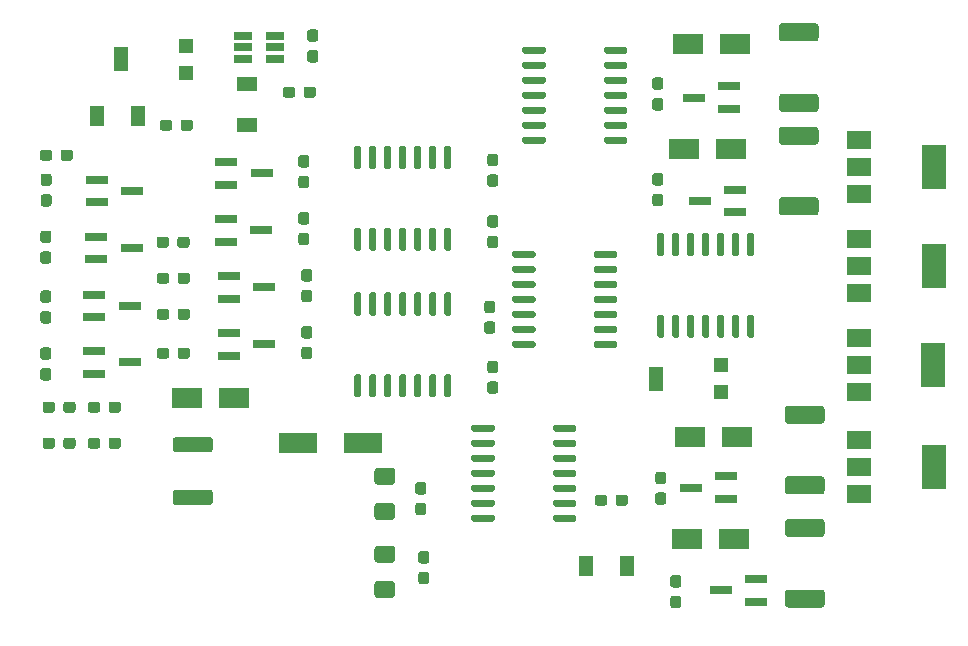
<source format=gbr>
G04 #@! TF.GenerationSoftware,KiCad,Pcbnew,5.1.6-c6e7f7d~86~ubuntu18.04.1*
G04 #@! TF.CreationDate,2020-07-04T00:52:20+02:00*
G04 #@! TF.ProjectId,PeakHoldPWMDriver,5065616b-486f-46c6-9450-574d44726976,rev?*
G04 #@! TF.SameCoordinates,Original*
G04 #@! TF.FileFunction,Paste,Top*
G04 #@! TF.FilePolarity,Positive*
%FSLAX46Y46*%
G04 Gerber Fmt 4.6, Leading zero omitted, Abs format (unit mm)*
G04 Created by KiCad (PCBNEW 5.1.6-c6e7f7d~86~ubuntu18.04.1) date 2020-07-04 00:52:20*
%MOMM*%
%LPD*%
G01*
G04 APERTURE LIST*
%ADD10R,1.300000X1.700000*%
%ADD11R,2.500000X1.800000*%
%ADD12R,3.300000X1.700000*%
%ADD13R,2.000000X1.500000*%
%ADD14R,2.000000X3.800000*%
%ADD15R,1.900000X0.800000*%
%ADD16R,1.700000X1.300000*%
%ADD17R,1.560000X0.650000*%
%ADD18R,1.300000X1.300000*%
%ADD19R,1.300000X2.000000*%
G04 APERTURE END LIST*
D10*
X174696000Y-112268000D03*
X171196000Y-112268000D03*
G36*
G01*
X152036000Y-91047000D02*
X151736000Y-91047000D01*
G75*
G02*
X151586000Y-90897000I0J150000D01*
G01*
X151586000Y-89222000D01*
G75*
G02*
X151736000Y-89072000I150000J0D01*
G01*
X152036000Y-89072000D01*
G75*
G02*
X152186000Y-89222000I0J-150000D01*
G01*
X152186000Y-90897000D01*
G75*
G02*
X152036000Y-91047000I-150000J0D01*
G01*
G37*
G36*
G01*
X153306000Y-91047000D02*
X153006000Y-91047000D01*
G75*
G02*
X152856000Y-90897000I0J150000D01*
G01*
X152856000Y-89222000D01*
G75*
G02*
X153006000Y-89072000I150000J0D01*
G01*
X153306000Y-89072000D01*
G75*
G02*
X153456000Y-89222000I0J-150000D01*
G01*
X153456000Y-90897000D01*
G75*
G02*
X153306000Y-91047000I-150000J0D01*
G01*
G37*
G36*
G01*
X154576000Y-91047000D02*
X154276000Y-91047000D01*
G75*
G02*
X154126000Y-90897000I0J150000D01*
G01*
X154126000Y-89222000D01*
G75*
G02*
X154276000Y-89072000I150000J0D01*
G01*
X154576000Y-89072000D01*
G75*
G02*
X154726000Y-89222000I0J-150000D01*
G01*
X154726000Y-90897000D01*
G75*
G02*
X154576000Y-91047000I-150000J0D01*
G01*
G37*
G36*
G01*
X155846000Y-91047000D02*
X155546000Y-91047000D01*
G75*
G02*
X155396000Y-90897000I0J150000D01*
G01*
X155396000Y-89222000D01*
G75*
G02*
X155546000Y-89072000I150000J0D01*
G01*
X155846000Y-89072000D01*
G75*
G02*
X155996000Y-89222000I0J-150000D01*
G01*
X155996000Y-90897000D01*
G75*
G02*
X155846000Y-91047000I-150000J0D01*
G01*
G37*
G36*
G01*
X157116000Y-91047000D02*
X156816000Y-91047000D01*
G75*
G02*
X156666000Y-90897000I0J150000D01*
G01*
X156666000Y-89222000D01*
G75*
G02*
X156816000Y-89072000I150000J0D01*
G01*
X157116000Y-89072000D01*
G75*
G02*
X157266000Y-89222000I0J-150000D01*
G01*
X157266000Y-90897000D01*
G75*
G02*
X157116000Y-91047000I-150000J0D01*
G01*
G37*
G36*
G01*
X158386000Y-91047000D02*
X158086000Y-91047000D01*
G75*
G02*
X157936000Y-90897000I0J150000D01*
G01*
X157936000Y-89222000D01*
G75*
G02*
X158086000Y-89072000I150000J0D01*
G01*
X158386000Y-89072000D01*
G75*
G02*
X158536000Y-89222000I0J-150000D01*
G01*
X158536000Y-90897000D01*
G75*
G02*
X158386000Y-91047000I-150000J0D01*
G01*
G37*
G36*
G01*
X159656000Y-91047000D02*
X159356000Y-91047000D01*
G75*
G02*
X159206000Y-90897000I0J150000D01*
G01*
X159206000Y-89222000D01*
G75*
G02*
X159356000Y-89072000I150000J0D01*
G01*
X159656000Y-89072000D01*
G75*
G02*
X159806000Y-89222000I0J-150000D01*
G01*
X159806000Y-90897000D01*
G75*
G02*
X159656000Y-91047000I-150000J0D01*
G01*
G37*
G36*
G01*
X159656000Y-97972000D02*
X159356000Y-97972000D01*
G75*
G02*
X159206000Y-97822000I0J150000D01*
G01*
X159206000Y-96147000D01*
G75*
G02*
X159356000Y-95997000I150000J0D01*
G01*
X159656000Y-95997000D01*
G75*
G02*
X159806000Y-96147000I0J-150000D01*
G01*
X159806000Y-97822000D01*
G75*
G02*
X159656000Y-97972000I-150000J0D01*
G01*
G37*
G36*
G01*
X158386000Y-97972000D02*
X158086000Y-97972000D01*
G75*
G02*
X157936000Y-97822000I0J150000D01*
G01*
X157936000Y-96147000D01*
G75*
G02*
X158086000Y-95997000I150000J0D01*
G01*
X158386000Y-95997000D01*
G75*
G02*
X158536000Y-96147000I0J-150000D01*
G01*
X158536000Y-97822000D01*
G75*
G02*
X158386000Y-97972000I-150000J0D01*
G01*
G37*
G36*
G01*
X157116000Y-97972000D02*
X156816000Y-97972000D01*
G75*
G02*
X156666000Y-97822000I0J150000D01*
G01*
X156666000Y-96147000D01*
G75*
G02*
X156816000Y-95997000I150000J0D01*
G01*
X157116000Y-95997000D01*
G75*
G02*
X157266000Y-96147000I0J-150000D01*
G01*
X157266000Y-97822000D01*
G75*
G02*
X157116000Y-97972000I-150000J0D01*
G01*
G37*
G36*
G01*
X155846000Y-97972000D02*
X155546000Y-97972000D01*
G75*
G02*
X155396000Y-97822000I0J150000D01*
G01*
X155396000Y-96147000D01*
G75*
G02*
X155546000Y-95997000I150000J0D01*
G01*
X155846000Y-95997000D01*
G75*
G02*
X155996000Y-96147000I0J-150000D01*
G01*
X155996000Y-97822000D01*
G75*
G02*
X155846000Y-97972000I-150000J0D01*
G01*
G37*
G36*
G01*
X154576000Y-97972000D02*
X154276000Y-97972000D01*
G75*
G02*
X154126000Y-97822000I0J150000D01*
G01*
X154126000Y-96147000D01*
G75*
G02*
X154276000Y-95997000I150000J0D01*
G01*
X154576000Y-95997000D01*
G75*
G02*
X154726000Y-96147000I0J-150000D01*
G01*
X154726000Y-97822000D01*
G75*
G02*
X154576000Y-97972000I-150000J0D01*
G01*
G37*
G36*
G01*
X153306000Y-97972000D02*
X153006000Y-97972000D01*
G75*
G02*
X152856000Y-97822000I0J150000D01*
G01*
X152856000Y-96147000D01*
G75*
G02*
X153006000Y-95997000I150000J0D01*
G01*
X153306000Y-95997000D01*
G75*
G02*
X153456000Y-96147000I0J-150000D01*
G01*
X153456000Y-97822000D01*
G75*
G02*
X153306000Y-97972000I-150000J0D01*
G01*
G37*
G36*
G01*
X152036000Y-97972000D02*
X151736000Y-97972000D01*
G75*
G02*
X151586000Y-97822000I0J150000D01*
G01*
X151586000Y-96147000D01*
G75*
G02*
X151736000Y-95997000I150000J0D01*
G01*
X152036000Y-95997000D01*
G75*
G02*
X152186000Y-96147000I0J-150000D01*
G01*
X152186000Y-97822000D01*
G75*
G02*
X152036000Y-97972000I-150000J0D01*
G01*
G37*
G36*
G01*
X172748500Y-68730000D02*
X172748500Y-68430000D01*
G75*
G02*
X172898500Y-68280000I150000J0D01*
G01*
X174573500Y-68280000D01*
G75*
G02*
X174723500Y-68430000I0J-150000D01*
G01*
X174723500Y-68730000D01*
G75*
G02*
X174573500Y-68880000I-150000J0D01*
G01*
X172898500Y-68880000D01*
G75*
G02*
X172748500Y-68730000I0J150000D01*
G01*
G37*
G36*
G01*
X172748500Y-70000000D02*
X172748500Y-69700000D01*
G75*
G02*
X172898500Y-69550000I150000J0D01*
G01*
X174573500Y-69550000D01*
G75*
G02*
X174723500Y-69700000I0J-150000D01*
G01*
X174723500Y-70000000D01*
G75*
G02*
X174573500Y-70150000I-150000J0D01*
G01*
X172898500Y-70150000D01*
G75*
G02*
X172748500Y-70000000I0J150000D01*
G01*
G37*
G36*
G01*
X172748500Y-71270000D02*
X172748500Y-70970000D01*
G75*
G02*
X172898500Y-70820000I150000J0D01*
G01*
X174573500Y-70820000D01*
G75*
G02*
X174723500Y-70970000I0J-150000D01*
G01*
X174723500Y-71270000D01*
G75*
G02*
X174573500Y-71420000I-150000J0D01*
G01*
X172898500Y-71420000D01*
G75*
G02*
X172748500Y-71270000I0J150000D01*
G01*
G37*
G36*
G01*
X172748500Y-72540000D02*
X172748500Y-72240000D01*
G75*
G02*
X172898500Y-72090000I150000J0D01*
G01*
X174573500Y-72090000D01*
G75*
G02*
X174723500Y-72240000I0J-150000D01*
G01*
X174723500Y-72540000D01*
G75*
G02*
X174573500Y-72690000I-150000J0D01*
G01*
X172898500Y-72690000D01*
G75*
G02*
X172748500Y-72540000I0J150000D01*
G01*
G37*
G36*
G01*
X172748500Y-73810000D02*
X172748500Y-73510000D01*
G75*
G02*
X172898500Y-73360000I150000J0D01*
G01*
X174573500Y-73360000D01*
G75*
G02*
X174723500Y-73510000I0J-150000D01*
G01*
X174723500Y-73810000D01*
G75*
G02*
X174573500Y-73960000I-150000J0D01*
G01*
X172898500Y-73960000D01*
G75*
G02*
X172748500Y-73810000I0J150000D01*
G01*
G37*
G36*
G01*
X172748500Y-75080000D02*
X172748500Y-74780000D01*
G75*
G02*
X172898500Y-74630000I150000J0D01*
G01*
X174573500Y-74630000D01*
G75*
G02*
X174723500Y-74780000I0J-150000D01*
G01*
X174723500Y-75080000D01*
G75*
G02*
X174573500Y-75230000I-150000J0D01*
G01*
X172898500Y-75230000D01*
G75*
G02*
X172748500Y-75080000I0J150000D01*
G01*
G37*
G36*
G01*
X172748500Y-76350000D02*
X172748500Y-76050000D01*
G75*
G02*
X172898500Y-75900000I150000J0D01*
G01*
X174573500Y-75900000D01*
G75*
G02*
X174723500Y-76050000I0J-150000D01*
G01*
X174723500Y-76350000D01*
G75*
G02*
X174573500Y-76500000I-150000J0D01*
G01*
X172898500Y-76500000D01*
G75*
G02*
X172748500Y-76350000I0J150000D01*
G01*
G37*
G36*
G01*
X165823500Y-76350000D02*
X165823500Y-76050000D01*
G75*
G02*
X165973500Y-75900000I150000J0D01*
G01*
X167648500Y-75900000D01*
G75*
G02*
X167798500Y-76050000I0J-150000D01*
G01*
X167798500Y-76350000D01*
G75*
G02*
X167648500Y-76500000I-150000J0D01*
G01*
X165973500Y-76500000D01*
G75*
G02*
X165823500Y-76350000I0J150000D01*
G01*
G37*
G36*
G01*
X165823500Y-75080000D02*
X165823500Y-74780000D01*
G75*
G02*
X165973500Y-74630000I150000J0D01*
G01*
X167648500Y-74630000D01*
G75*
G02*
X167798500Y-74780000I0J-150000D01*
G01*
X167798500Y-75080000D01*
G75*
G02*
X167648500Y-75230000I-150000J0D01*
G01*
X165973500Y-75230000D01*
G75*
G02*
X165823500Y-75080000I0J150000D01*
G01*
G37*
G36*
G01*
X165823500Y-73810000D02*
X165823500Y-73510000D01*
G75*
G02*
X165973500Y-73360000I150000J0D01*
G01*
X167648500Y-73360000D01*
G75*
G02*
X167798500Y-73510000I0J-150000D01*
G01*
X167798500Y-73810000D01*
G75*
G02*
X167648500Y-73960000I-150000J0D01*
G01*
X165973500Y-73960000D01*
G75*
G02*
X165823500Y-73810000I0J150000D01*
G01*
G37*
G36*
G01*
X165823500Y-72540000D02*
X165823500Y-72240000D01*
G75*
G02*
X165973500Y-72090000I150000J0D01*
G01*
X167648500Y-72090000D01*
G75*
G02*
X167798500Y-72240000I0J-150000D01*
G01*
X167798500Y-72540000D01*
G75*
G02*
X167648500Y-72690000I-150000J0D01*
G01*
X165973500Y-72690000D01*
G75*
G02*
X165823500Y-72540000I0J150000D01*
G01*
G37*
G36*
G01*
X165823500Y-71270000D02*
X165823500Y-70970000D01*
G75*
G02*
X165973500Y-70820000I150000J0D01*
G01*
X167648500Y-70820000D01*
G75*
G02*
X167798500Y-70970000I0J-150000D01*
G01*
X167798500Y-71270000D01*
G75*
G02*
X167648500Y-71420000I-150000J0D01*
G01*
X165973500Y-71420000D01*
G75*
G02*
X165823500Y-71270000I0J150000D01*
G01*
G37*
G36*
G01*
X165823500Y-70000000D02*
X165823500Y-69700000D01*
G75*
G02*
X165973500Y-69550000I150000J0D01*
G01*
X167648500Y-69550000D01*
G75*
G02*
X167798500Y-69700000I0J-150000D01*
G01*
X167798500Y-70000000D01*
G75*
G02*
X167648500Y-70150000I-150000J0D01*
G01*
X165973500Y-70150000D01*
G75*
G02*
X165823500Y-70000000I0J150000D01*
G01*
G37*
G36*
G01*
X165823500Y-68730000D02*
X165823500Y-68430000D01*
G75*
G02*
X165973500Y-68280000I150000J0D01*
G01*
X167648500Y-68280000D01*
G75*
G02*
X167798500Y-68430000I0J-150000D01*
G01*
X167798500Y-68730000D01*
G75*
G02*
X167648500Y-68880000I-150000J0D01*
G01*
X165973500Y-68880000D01*
G75*
G02*
X165823500Y-68730000I0J150000D01*
G01*
G37*
G36*
G01*
X168430500Y-100734000D02*
X168430500Y-100434000D01*
G75*
G02*
X168580500Y-100284000I150000J0D01*
G01*
X170255500Y-100284000D01*
G75*
G02*
X170405500Y-100434000I0J-150000D01*
G01*
X170405500Y-100734000D01*
G75*
G02*
X170255500Y-100884000I-150000J0D01*
G01*
X168580500Y-100884000D01*
G75*
G02*
X168430500Y-100734000I0J150000D01*
G01*
G37*
G36*
G01*
X168430500Y-102004000D02*
X168430500Y-101704000D01*
G75*
G02*
X168580500Y-101554000I150000J0D01*
G01*
X170255500Y-101554000D01*
G75*
G02*
X170405500Y-101704000I0J-150000D01*
G01*
X170405500Y-102004000D01*
G75*
G02*
X170255500Y-102154000I-150000J0D01*
G01*
X168580500Y-102154000D01*
G75*
G02*
X168430500Y-102004000I0J150000D01*
G01*
G37*
G36*
G01*
X168430500Y-103274000D02*
X168430500Y-102974000D01*
G75*
G02*
X168580500Y-102824000I150000J0D01*
G01*
X170255500Y-102824000D01*
G75*
G02*
X170405500Y-102974000I0J-150000D01*
G01*
X170405500Y-103274000D01*
G75*
G02*
X170255500Y-103424000I-150000J0D01*
G01*
X168580500Y-103424000D01*
G75*
G02*
X168430500Y-103274000I0J150000D01*
G01*
G37*
G36*
G01*
X168430500Y-104544000D02*
X168430500Y-104244000D01*
G75*
G02*
X168580500Y-104094000I150000J0D01*
G01*
X170255500Y-104094000D01*
G75*
G02*
X170405500Y-104244000I0J-150000D01*
G01*
X170405500Y-104544000D01*
G75*
G02*
X170255500Y-104694000I-150000J0D01*
G01*
X168580500Y-104694000D01*
G75*
G02*
X168430500Y-104544000I0J150000D01*
G01*
G37*
G36*
G01*
X168430500Y-105814000D02*
X168430500Y-105514000D01*
G75*
G02*
X168580500Y-105364000I150000J0D01*
G01*
X170255500Y-105364000D01*
G75*
G02*
X170405500Y-105514000I0J-150000D01*
G01*
X170405500Y-105814000D01*
G75*
G02*
X170255500Y-105964000I-150000J0D01*
G01*
X168580500Y-105964000D01*
G75*
G02*
X168430500Y-105814000I0J150000D01*
G01*
G37*
G36*
G01*
X168430500Y-107084000D02*
X168430500Y-106784000D01*
G75*
G02*
X168580500Y-106634000I150000J0D01*
G01*
X170255500Y-106634000D01*
G75*
G02*
X170405500Y-106784000I0J-150000D01*
G01*
X170405500Y-107084000D01*
G75*
G02*
X170255500Y-107234000I-150000J0D01*
G01*
X168580500Y-107234000D01*
G75*
G02*
X168430500Y-107084000I0J150000D01*
G01*
G37*
G36*
G01*
X168430500Y-108354000D02*
X168430500Y-108054000D01*
G75*
G02*
X168580500Y-107904000I150000J0D01*
G01*
X170255500Y-107904000D01*
G75*
G02*
X170405500Y-108054000I0J-150000D01*
G01*
X170405500Y-108354000D01*
G75*
G02*
X170255500Y-108504000I-150000J0D01*
G01*
X168580500Y-108504000D01*
G75*
G02*
X168430500Y-108354000I0J150000D01*
G01*
G37*
G36*
G01*
X161505500Y-108354000D02*
X161505500Y-108054000D01*
G75*
G02*
X161655500Y-107904000I150000J0D01*
G01*
X163330500Y-107904000D01*
G75*
G02*
X163480500Y-108054000I0J-150000D01*
G01*
X163480500Y-108354000D01*
G75*
G02*
X163330500Y-108504000I-150000J0D01*
G01*
X161655500Y-108504000D01*
G75*
G02*
X161505500Y-108354000I0J150000D01*
G01*
G37*
G36*
G01*
X161505500Y-107084000D02*
X161505500Y-106784000D01*
G75*
G02*
X161655500Y-106634000I150000J0D01*
G01*
X163330500Y-106634000D01*
G75*
G02*
X163480500Y-106784000I0J-150000D01*
G01*
X163480500Y-107084000D01*
G75*
G02*
X163330500Y-107234000I-150000J0D01*
G01*
X161655500Y-107234000D01*
G75*
G02*
X161505500Y-107084000I0J150000D01*
G01*
G37*
G36*
G01*
X161505500Y-105814000D02*
X161505500Y-105514000D01*
G75*
G02*
X161655500Y-105364000I150000J0D01*
G01*
X163330500Y-105364000D01*
G75*
G02*
X163480500Y-105514000I0J-150000D01*
G01*
X163480500Y-105814000D01*
G75*
G02*
X163330500Y-105964000I-150000J0D01*
G01*
X161655500Y-105964000D01*
G75*
G02*
X161505500Y-105814000I0J150000D01*
G01*
G37*
G36*
G01*
X161505500Y-104544000D02*
X161505500Y-104244000D01*
G75*
G02*
X161655500Y-104094000I150000J0D01*
G01*
X163330500Y-104094000D01*
G75*
G02*
X163480500Y-104244000I0J-150000D01*
G01*
X163480500Y-104544000D01*
G75*
G02*
X163330500Y-104694000I-150000J0D01*
G01*
X161655500Y-104694000D01*
G75*
G02*
X161505500Y-104544000I0J150000D01*
G01*
G37*
G36*
G01*
X161505500Y-103274000D02*
X161505500Y-102974000D01*
G75*
G02*
X161655500Y-102824000I150000J0D01*
G01*
X163330500Y-102824000D01*
G75*
G02*
X163480500Y-102974000I0J-150000D01*
G01*
X163480500Y-103274000D01*
G75*
G02*
X163330500Y-103424000I-150000J0D01*
G01*
X161655500Y-103424000D01*
G75*
G02*
X161505500Y-103274000I0J150000D01*
G01*
G37*
G36*
G01*
X161505500Y-102004000D02*
X161505500Y-101704000D01*
G75*
G02*
X161655500Y-101554000I150000J0D01*
G01*
X163330500Y-101554000D01*
G75*
G02*
X163480500Y-101704000I0J-150000D01*
G01*
X163480500Y-102004000D01*
G75*
G02*
X163330500Y-102154000I-150000J0D01*
G01*
X161655500Y-102154000D01*
G75*
G02*
X161505500Y-102004000I0J150000D01*
G01*
G37*
G36*
G01*
X161505500Y-100734000D02*
X161505500Y-100434000D01*
G75*
G02*
X161655500Y-100284000I150000J0D01*
G01*
X163330500Y-100284000D01*
G75*
G02*
X163480500Y-100434000I0J-150000D01*
G01*
X163480500Y-100734000D01*
G75*
G02*
X163330500Y-100884000I-150000J0D01*
G01*
X161655500Y-100884000D01*
G75*
G02*
X161505500Y-100734000I0J150000D01*
G01*
G37*
G36*
G01*
X171893000Y-86002000D02*
X171893000Y-85702000D01*
G75*
G02*
X172043000Y-85552000I150000J0D01*
G01*
X173718000Y-85552000D01*
G75*
G02*
X173868000Y-85702000I0J-150000D01*
G01*
X173868000Y-86002000D01*
G75*
G02*
X173718000Y-86152000I-150000J0D01*
G01*
X172043000Y-86152000D01*
G75*
G02*
X171893000Y-86002000I0J150000D01*
G01*
G37*
G36*
G01*
X171893000Y-87272000D02*
X171893000Y-86972000D01*
G75*
G02*
X172043000Y-86822000I150000J0D01*
G01*
X173718000Y-86822000D01*
G75*
G02*
X173868000Y-86972000I0J-150000D01*
G01*
X173868000Y-87272000D01*
G75*
G02*
X173718000Y-87422000I-150000J0D01*
G01*
X172043000Y-87422000D01*
G75*
G02*
X171893000Y-87272000I0J150000D01*
G01*
G37*
G36*
G01*
X171893000Y-88542000D02*
X171893000Y-88242000D01*
G75*
G02*
X172043000Y-88092000I150000J0D01*
G01*
X173718000Y-88092000D01*
G75*
G02*
X173868000Y-88242000I0J-150000D01*
G01*
X173868000Y-88542000D01*
G75*
G02*
X173718000Y-88692000I-150000J0D01*
G01*
X172043000Y-88692000D01*
G75*
G02*
X171893000Y-88542000I0J150000D01*
G01*
G37*
G36*
G01*
X171893000Y-89812000D02*
X171893000Y-89512000D01*
G75*
G02*
X172043000Y-89362000I150000J0D01*
G01*
X173718000Y-89362000D01*
G75*
G02*
X173868000Y-89512000I0J-150000D01*
G01*
X173868000Y-89812000D01*
G75*
G02*
X173718000Y-89962000I-150000J0D01*
G01*
X172043000Y-89962000D01*
G75*
G02*
X171893000Y-89812000I0J150000D01*
G01*
G37*
G36*
G01*
X171893000Y-91082000D02*
X171893000Y-90782000D01*
G75*
G02*
X172043000Y-90632000I150000J0D01*
G01*
X173718000Y-90632000D01*
G75*
G02*
X173868000Y-90782000I0J-150000D01*
G01*
X173868000Y-91082000D01*
G75*
G02*
X173718000Y-91232000I-150000J0D01*
G01*
X172043000Y-91232000D01*
G75*
G02*
X171893000Y-91082000I0J150000D01*
G01*
G37*
G36*
G01*
X171893000Y-92352000D02*
X171893000Y-92052000D01*
G75*
G02*
X172043000Y-91902000I150000J0D01*
G01*
X173718000Y-91902000D01*
G75*
G02*
X173868000Y-92052000I0J-150000D01*
G01*
X173868000Y-92352000D01*
G75*
G02*
X173718000Y-92502000I-150000J0D01*
G01*
X172043000Y-92502000D01*
G75*
G02*
X171893000Y-92352000I0J150000D01*
G01*
G37*
G36*
G01*
X171893000Y-93622000D02*
X171893000Y-93322000D01*
G75*
G02*
X172043000Y-93172000I150000J0D01*
G01*
X173718000Y-93172000D01*
G75*
G02*
X173868000Y-93322000I0J-150000D01*
G01*
X173868000Y-93622000D01*
G75*
G02*
X173718000Y-93772000I-150000J0D01*
G01*
X172043000Y-93772000D01*
G75*
G02*
X171893000Y-93622000I0J150000D01*
G01*
G37*
G36*
G01*
X164968000Y-93622000D02*
X164968000Y-93322000D01*
G75*
G02*
X165118000Y-93172000I150000J0D01*
G01*
X166793000Y-93172000D01*
G75*
G02*
X166943000Y-93322000I0J-150000D01*
G01*
X166943000Y-93622000D01*
G75*
G02*
X166793000Y-93772000I-150000J0D01*
G01*
X165118000Y-93772000D01*
G75*
G02*
X164968000Y-93622000I0J150000D01*
G01*
G37*
G36*
G01*
X164968000Y-92352000D02*
X164968000Y-92052000D01*
G75*
G02*
X165118000Y-91902000I150000J0D01*
G01*
X166793000Y-91902000D01*
G75*
G02*
X166943000Y-92052000I0J-150000D01*
G01*
X166943000Y-92352000D01*
G75*
G02*
X166793000Y-92502000I-150000J0D01*
G01*
X165118000Y-92502000D01*
G75*
G02*
X164968000Y-92352000I0J150000D01*
G01*
G37*
G36*
G01*
X164968000Y-91082000D02*
X164968000Y-90782000D01*
G75*
G02*
X165118000Y-90632000I150000J0D01*
G01*
X166793000Y-90632000D01*
G75*
G02*
X166943000Y-90782000I0J-150000D01*
G01*
X166943000Y-91082000D01*
G75*
G02*
X166793000Y-91232000I-150000J0D01*
G01*
X165118000Y-91232000D01*
G75*
G02*
X164968000Y-91082000I0J150000D01*
G01*
G37*
G36*
G01*
X164968000Y-89812000D02*
X164968000Y-89512000D01*
G75*
G02*
X165118000Y-89362000I150000J0D01*
G01*
X166793000Y-89362000D01*
G75*
G02*
X166943000Y-89512000I0J-150000D01*
G01*
X166943000Y-89812000D01*
G75*
G02*
X166793000Y-89962000I-150000J0D01*
G01*
X165118000Y-89962000D01*
G75*
G02*
X164968000Y-89812000I0J150000D01*
G01*
G37*
G36*
G01*
X164968000Y-88542000D02*
X164968000Y-88242000D01*
G75*
G02*
X165118000Y-88092000I150000J0D01*
G01*
X166793000Y-88092000D01*
G75*
G02*
X166943000Y-88242000I0J-150000D01*
G01*
X166943000Y-88542000D01*
G75*
G02*
X166793000Y-88692000I-150000J0D01*
G01*
X165118000Y-88692000D01*
G75*
G02*
X164968000Y-88542000I0J150000D01*
G01*
G37*
G36*
G01*
X164968000Y-87272000D02*
X164968000Y-86972000D01*
G75*
G02*
X165118000Y-86822000I150000J0D01*
G01*
X166793000Y-86822000D01*
G75*
G02*
X166943000Y-86972000I0J-150000D01*
G01*
X166943000Y-87272000D01*
G75*
G02*
X166793000Y-87422000I-150000J0D01*
G01*
X165118000Y-87422000D01*
G75*
G02*
X164968000Y-87272000I0J150000D01*
G01*
G37*
G36*
G01*
X164968000Y-86002000D02*
X164968000Y-85702000D01*
G75*
G02*
X165118000Y-85552000I150000J0D01*
G01*
X166793000Y-85552000D01*
G75*
G02*
X166943000Y-85702000I0J-150000D01*
G01*
X166943000Y-86002000D01*
G75*
G02*
X166793000Y-86152000I-150000J0D01*
G01*
X165118000Y-86152000D01*
G75*
G02*
X164968000Y-86002000I0J150000D01*
G01*
G37*
D11*
X179864000Y-68072000D03*
X183864000Y-68072000D03*
X180012000Y-101346000D03*
X184012000Y-101346000D03*
X179504000Y-76962000D03*
X183504000Y-76962000D03*
X179758000Y-109982000D03*
X183758000Y-109982000D03*
X141446000Y-98044000D03*
X137446000Y-98044000D03*
G36*
G01*
X190655001Y-76575500D02*
X187804999Y-76575500D01*
G75*
G02*
X187555000Y-76325501I0J249999D01*
G01*
X187555000Y-75300499D01*
G75*
G02*
X187804999Y-75050500I249999J0D01*
G01*
X190655001Y-75050500D01*
G75*
G02*
X190905000Y-75300499I0J-249999D01*
G01*
X190905000Y-76325501D01*
G75*
G02*
X190655001Y-76575500I-249999J0D01*
G01*
G37*
G36*
G01*
X190655001Y-82550500D02*
X187804999Y-82550500D01*
G75*
G02*
X187555000Y-82300501I0J249999D01*
G01*
X187555000Y-81275499D01*
G75*
G02*
X187804999Y-81025500I249999J0D01*
G01*
X190655001Y-81025500D01*
G75*
G02*
X190905000Y-81275499I0J-249999D01*
G01*
X190905000Y-82300501D01*
G75*
G02*
X190655001Y-82550500I-249999J0D01*
G01*
G37*
G36*
G01*
X188312999Y-114239000D02*
X191163001Y-114239000D01*
G75*
G02*
X191413000Y-114488999I0J-249999D01*
G01*
X191413000Y-115514001D01*
G75*
G02*
X191163001Y-115764000I-249999J0D01*
G01*
X188312999Y-115764000D01*
G75*
G02*
X188063000Y-115514001I0J249999D01*
G01*
X188063000Y-114488999D01*
G75*
G02*
X188312999Y-114239000I249999J0D01*
G01*
G37*
G36*
G01*
X188312999Y-108264000D02*
X191163001Y-108264000D01*
G75*
G02*
X191413000Y-108513999I0J-249999D01*
G01*
X191413000Y-109539001D01*
G75*
G02*
X191163001Y-109789000I-249999J0D01*
G01*
X188312999Y-109789000D01*
G75*
G02*
X188063000Y-109539001I0J249999D01*
G01*
X188063000Y-108513999D01*
G75*
G02*
X188312999Y-108264000I249999J0D01*
G01*
G37*
D12*
X152312000Y-101854000D03*
X146812000Y-101854000D03*
G36*
G01*
X126955000Y-102091500D02*
X126955000Y-101616500D01*
G75*
G02*
X127192500Y-101379000I237500J0D01*
G01*
X127767500Y-101379000D01*
G75*
G02*
X128005000Y-101616500I0J-237500D01*
G01*
X128005000Y-102091500D01*
G75*
G02*
X127767500Y-102329000I-237500J0D01*
G01*
X127192500Y-102329000D01*
G75*
G02*
X126955000Y-102091500I0J237500D01*
G01*
G37*
G36*
G01*
X125205000Y-102091500D02*
X125205000Y-101616500D01*
G75*
G02*
X125442500Y-101379000I237500J0D01*
G01*
X126017500Y-101379000D01*
G75*
G02*
X126255000Y-101616500I0J-237500D01*
G01*
X126255000Y-102091500D01*
G75*
G02*
X126017500Y-102329000I-237500J0D01*
G01*
X125442500Y-102329000D01*
G75*
G02*
X125205000Y-102091500I0J237500D01*
G01*
G37*
G36*
G01*
X126955000Y-99043500D02*
X126955000Y-98568500D01*
G75*
G02*
X127192500Y-98331000I237500J0D01*
G01*
X127767500Y-98331000D01*
G75*
G02*
X128005000Y-98568500I0J-237500D01*
G01*
X128005000Y-99043500D01*
G75*
G02*
X127767500Y-99281000I-237500J0D01*
G01*
X127192500Y-99281000D01*
G75*
G02*
X126955000Y-99043500I0J237500D01*
G01*
G37*
G36*
G01*
X125205000Y-99043500D02*
X125205000Y-98568500D01*
G75*
G02*
X125442500Y-98331000I237500J0D01*
G01*
X126017500Y-98331000D01*
G75*
G02*
X126255000Y-98568500I0J-237500D01*
G01*
X126255000Y-99043500D01*
G75*
G02*
X126017500Y-99281000I-237500J0D01*
G01*
X125442500Y-99281000D01*
G75*
G02*
X125205000Y-99043500I0J237500D01*
G01*
G37*
D13*
X194360000Y-76186000D03*
X194360000Y-80786000D03*
X194360000Y-78486000D03*
D14*
X200660000Y-78486000D03*
D13*
X194310000Y-92950000D03*
X194310000Y-97550000D03*
X194310000Y-95250000D03*
D14*
X200610000Y-95250000D03*
D13*
X194360000Y-84568000D03*
X194360000Y-89168000D03*
X194360000Y-86868000D03*
D14*
X200660000Y-86868000D03*
D13*
X194360000Y-101572000D03*
X194360000Y-106172000D03*
X194360000Y-103872000D03*
D14*
X200660000Y-103872000D03*
G36*
G01*
X152042000Y-78644500D02*
X151742000Y-78644500D01*
G75*
G02*
X151592000Y-78494500I0J150000D01*
G01*
X151592000Y-76819500D01*
G75*
G02*
X151742000Y-76669500I150000J0D01*
G01*
X152042000Y-76669500D01*
G75*
G02*
X152192000Y-76819500I0J-150000D01*
G01*
X152192000Y-78494500D01*
G75*
G02*
X152042000Y-78644500I-150000J0D01*
G01*
G37*
G36*
G01*
X153312000Y-78644500D02*
X153012000Y-78644500D01*
G75*
G02*
X152862000Y-78494500I0J150000D01*
G01*
X152862000Y-76819500D01*
G75*
G02*
X153012000Y-76669500I150000J0D01*
G01*
X153312000Y-76669500D01*
G75*
G02*
X153462000Y-76819500I0J-150000D01*
G01*
X153462000Y-78494500D01*
G75*
G02*
X153312000Y-78644500I-150000J0D01*
G01*
G37*
G36*
G01*
X154582000Y-78644500D02*
X154282000Y-78644500D01*
G75*
G02*
X154132000Y-78494500I0J150000D01*
G01*
X154132000Y-76819500D01*
G75*
G02*
X154282000Y-76669500I150000J0D01*
G01*
X154582000Y-76669500D01*
G75*
G02*
X154732000Y-76819500I0J-150000D01*
G01*
X154732000Y-78494500D01*
G75*
G02*
X154582000Y-78644500I-150000J0D01*
G01*
G37*
G36*
G01*
X155852000Y-78644500D02*
X155552000Y-78644500D01*
G75*
G02*
X155402000Y-78494500I0J150000D01*
G01*
X155402000Y-76819500D01*
G75*
G02*
X155552000Y-76669500I150000J0D01*
G01*
X155852000Y-76669500D01*
G75*
G02*
X156002000Y-76819500I0J-150000D01*
G01*
X156002000Y-78494500D01*
G75*
G02*
X155852000Y-78644500I-150000J0D01*
G01*
G37*
G36*
G01*
X157122000Y-78644500D02*
X156822000Y-78644500D01*
G75*
G02*
X156672000Y-78494500I0J150000D01*
G01*
X156672000Y-76819500D01*
G75*
G02*
X156822000Y-76669500I150000J0D01*
G01*
X157122000Y-76669500D01*
G75*
G02*
X157272000Y-76819500I0J-150000D01*
G01*
X157272000Y-78494500D01*
G75*
G02*
X157122000Y-78644500I-150000J0D01*
G01*
G37*
G36*
G01*
X158392000Y-78644500D02*
X158092000Y-78644500D01*
G75*
G02*
X157942000Y-78494500I0J150000D01*
G01*
X157942000Y-76819500D01*
G75*
G02*
X158092000Y-76669500I150000J0D01*
G01*
X158392000Y-76669500D01*
G75*
G02*
X158542000Y-76819500I0J-150000D01*
G01*
X158542000Y-78494500D01*
G75*
G02*
X158392000Y-78644500I-150000J0D01*
G01*
G37*
G36*
G01*
X159662000Y-78644500D02*
X159362000Y-78644500D01*
G75*
G02*
X159212000Y-78494500I0J150000D01*
G01*
X159212000Y-76819500D01*
G75*
G02*
X159362000Y-76669500I150000J0D01*
G01*
X159662000Y-76669500D01*
G75*
G02*
X159812000Y-76819500I0J-150000D01*
G01*
X159812000Y-78494500D01*
G75*
G02*
X159662000Y-78644500I-150000J0D01*
G01*
G37*
G36*
G01*
X159662000Y-85569500D02*
X159362000Y-85569500D01*
G75*
G02*
X159212000Y-85419500I0J150000D01*
G01*
X159212000Y-83744500D01*
G75*
G02*
X159362000Y-83594500I150000J0D01*
G01*
X159662000Y-83594500D01*
G75*
G02*
X159812000Y-83744500I0J-150000D01*
G01*
X159812000Y-85419500D01*
G75*
G02*
X159662000Y-85569500I-150000J0D01*
G01*
G37*
G36*
G01*
X158392000Y-85569500D02*
X158092000Y-85569500D01*
G75*
G02*
X157942000Y-85419500I0J150000D01*
G01*
X157942000Y-83744500D01*
G75*
G02*
X158092000Y-83594500I150000J0D01*
G01*
X158392000Y-83594500D01*
G75*
G02*
X158542000Y-83744500I0J-150000D01*
G01*
X158542000Y-85419500D01*
G75*
G02*
X158392000Y-85569500I-150000J0D01*
G01*
G37*
G36*
G01*
X157122000Y-85569500D02*
X156822000Y-85569500D01*
G75*
G02*
X156672000Y-85419500I0J150000D01*
G01*
X156672000Y-83744500D01*
G75*
G02*
X156822000Y-83594500I150000J0D01*
G01*
X157122000Y-83594500D01*
G75*
G02*
X157272000Y-83744500I0J-150000D01*
G01*
X157272000Y-85419500D01*
G75*
G02*
X157122000Y-85569500I-150000J0D01*
G01*
G37*
G36*
G01*
X155852000Y-85569500D02*
X155552000Y-85569500D01*
G75*
G02*
X155402000Y-85419500I0J150000D01*
G01*
X155402000Y-83744500D01*
G75*
G02*
X155552000Y-83594500I150000J0D01*
G01*
X155852000Y-83594500D01*
G75*
G02*
X156002000Y-83744500I0J-150000D01*
G01*
X156002000Y-85419500D01*
G75*
G02*
X155852000Y-85569500I-150000J0D01*
G01*
G37*
G36*
G01*
X154582000Y-85569500D02*
X154282000Y-85569500D01*
G75*
G02*
X154132000Y-85419500I0J150000D01*
G01*
X154132000Y-83744500D01*
G75*
G02*
X154282000Y-83594500I150000J0D01*
G01*
X154582000Y-83594500D01*
G75*
G02*
X154732000Y-83744500I0J-150000D01*
G01*
X154732000Y-85419500D01*
G75*
G02*
X154582000Y-85569500I-150000J0D01*
G01*
G37*
G36*
G01*
X153312000Y-85569500D02*
X153012000Y-85569500D01*
G75*
G02*
X152862000Y-85419500I0J150000D01*
G01*
X152862000Y-83744500D01*
G75*
G02*
X153012000Y-83594500I150000J0D01*
G01*
X153312000Y-83594500D01*
G75*
G02*
X153462000Y-83744500I0J-150000D01*
G01*
X153462000Y-85419500D01*
G75*
G02*
X153312000Y-85569500I-150000J0D01*
G01*
G37*
G36*
G01*
X152042000Y-85569500D02*
X151742000Y-85569500D01*
G75*
G02*
X151592000Y-85419500I0J150000D01*
G01*
X151592000Y-83744500D01*
G75*
G02*
X151742000Y-83594500I150000J0D01*
G01*
X152042000Y-83594500D01*
G75*
G02*
X152192000Y-83744500I0J-150000D01*
G01*
X152192000Y-85419500D01*
G75*
G02*
X152042000Y-85569500I-150000J0D01*
G01*
G37*
G36*
G01*
X136607000Y-85073500D02*
X136607000Y-84598500D01*
G75*
G02*
X136844500Y-84361000I237500J0D01*
G01*
X137419500Y-84361000D01*
G75*
G02*
X137657000Y-84598500I0J-237500D01*
G01*
X137657000Y-85073500D01*
G75*
G02*
X137419500Y-85311000I-237500J0D01*
G01*
X136844500Y-85311000D01*
G75*
G02*
X136607000Y-85073500I0J237500D01*
G01*
G37*
G36*
G01*
X134857000Y-85073500D02*
X134857000Y-84598500D01*
G75*
G02*
X135094500Y-84361000I237500J0D01*
G01*
X135669500Y-84361000D01*
G75*
G02*
X135907000Y-84598500I0J-237500D01*
G01*
X135907000Y-85073500D01*
G75*
G02*
X135669500Y-85311000I-237500J0D01*
G01*
X135094500Y-85311000D01*
G75*
G02*
X134857000Y-85073500I0J237500D01*
G01*
G37*
G36*
G01*
X136635000Y-91169500D02*
X136635000Y-90694500D01*
G75*
G02*
X136872500Y-90457000I237500J0D01*
G01*
X137447500Y-90457000D01*
G75*
G02*
X137685000Y-90694500I0J-237500D01*
G01*
X137685000Y-91169500D01*
G75*
G02*
X137447500Y-91407000I-237500J0D01*
G01*
X136872500Y-91407000D01*
G75*
G02*
X136635000Y-91169500I0J237500D01*
G01*
G37*
G36*
G01*
X134885000Y-91169500D02*
X134885000Y-90694500D01*
G75*
G02*
X135122500Y-90457000I237500J0D01*
G01*
X135697500Y-90457000D01*
G75*
G02*
X135935000Y-90694500I0J-237500D01*
G01*
X135935000Y-91169500D01*
G75*
G02*
X135697500Y-91407000I-237500J0D01*
G01*
X135122500Y-91407000D01*
G75*
G02*
X134885000Y-91169500I0J237500D01*
G01*
G37*
G36*
G01*
X177529500Y-80027000D02*
X177054500Y-80027000D01*
G75*
G02*
X176817000Y-79789500I0J237500D01*
G01*
X176817000Y-79214500D01*
G75*
G02*
X177054500Y-78977000I237500J0D01*
G01*
X177529500Y-78977000D01*
G75*
G02*
X177767000Y-79214500I0J-237500D01*
G01*
X177767000Y-79789500D01*
G75*
G02*
X177529500Y-80027000I-237500J0D01*
G01*
G37*
G36*
G01*
X177529500Y-81777000D02*
X177054500Y-81777000D01*
G75*
G02*
X176817000Y-81539500I0J237500D01*
G01*
X176817000Y-80964500D01*
G75*
G02*
X177054500Y-80727000I237500J0D01*
G01*
X177529500Y-80727000D01*
G75*
G02*
X177767000Y-80964500I0J-237500D01*
G01*
X177767000Y-81539500D01*
G75*
G02*
X177529500Y-81777000I-237500J0D01*
G01*
G37*
G36*
G01*
X179053500Y-114063000D02*
X178578500Y-114063000D01*
G75*
G02*
X178341000Y-113825500I0J237500D01*
G01*
X178341000Y-113250500D01*
G75*
G02*
X178578500Y-113013000I237500J0D01*
G01*
X179053500Y-113013000D01*
G75*
G02*
X179291000Y-113250500I0J-237500D01*
G01*
X179291000Y-113825500D01*
G75*
G02*
X179053500Y-114063000I-237500J0D01*
G01*
G37*
G36*
G01*
X179053500Y-115813000D02*
X178578500Y-115813000D01*
G75*
G02*
X178341000Y-115575500I0J237500D01*
G01*
X178341000Y-115000500D01*
G75*
G02*
X178578500Y-114763000I237500J0D01*
G01*
X179053500Y-114763000D01*
G75*
G02*
X179291000Y-115000500I0J-237500D01*
G01*
X179291000Y-115575500D01*
G75*
G02*
X179053500Y-115813000I-237500J0D01*
G01*
G37*
G36*
G01*
X147557500Y-83329000D02*
X147082500Y-83329000D01*
G75*
G02*
X146845000Y-83091500I0J237500D01*
G01*
X146845000Y-82516500D01*
G75*
G02*
X147082500Y-82279000I237500J0D01*
G01*
X147557500Y-82279000D01*
G75*
G02*
X147795000Y-82516500I0J-237500D01*
G01*
X147795000Y-83091500D01*
G75*
G02*
X147557500Y-83329000I-237500J0D01*
G01*
G37*
G36*
G01*
X147557500Y-85079000D02*
X147082500Y-85079000D01*
G75*
G02*
X146845000Y-84841500I0J237500D01*
G01*
X146845000Y-84266500D01*
G75*
G02*
X147082500Y-84029000I237500J0D01*
G01*
X147557500Y-84029000D01*
G75*
G02*
X147795000Y-84266500I0J-237500D01*
G01*
X147795000Y-84841500D01*
G75*
G02*
X147557500Y-85079000I-237500J0D01*
G01*
G37*
G36*
G01*
X147811500Y-92981000D02*
X147336500Y-92981000D01*
G75*
G02*
X147099000Y-92743500I0J237500D01*
G01*
X147099000Y-92168500D01*
G75*
G02*
X147336500Y-91931000I237500J0D01*
G01*
X147811500Y-91931000D01*
G75*
G02*
X148049000Y-92168500I0J-237500D01*
G01*
X148049000Y-92743500D01*
G75*
G02*
X147811500Y-92981000I-237500J0D01*
G01*
G37*
G36*
G01*
X147811500Y-94731000D02*
X147336500Y-94731000D01*
G75*
G02*
X147099000Y-94493500I0J237500D01*
G01*
X147099000Y-93918500D01*
G75*
G02*
X147336500Y-93681000I237500J0D01*
G01*
X147811500Y-93681000D01*
G75*
G02*
X148049000Y-93918500I0J-237500D01*
G01*
X148049000Y-94493500D01*
G75*
G02*
X147811500Y-94731000I-237500J0D01*
G01*
G37*
G36*
G01*
X136635000Y-88121500D02*
X136635000Y-87646500D01*
G75*
G02*
X136872500Y-87409000I237500J0D01*
G01*
X137447500Y-87409000D01*
G75*
G02*
X137685000Y-87646500I0J-237500D01*
G01*
X137685000Y-88121500D01*
G75*
G02*
X137447500Y-88359000I-237500J0D01*
G01*
X136872500Y-88359000D01*
G75*
G02*
X136635000Y-88121500I0J237500D01*
G01*
G37*
G36*
G01*
X134885000Y-88121500D02*
X134885000Y-87646500D01*
G75*
G02*
X135122500Y-87409000I237500J0D01*
G01*
X135697500Y-87409000D01*
G75*
G02*
X135935000Y-87646500I0J-237500D01*
G01*
X135935000Y-88121500D01*
G75*
G02*
X135697500Y-88359000I-237500J0D01*
G01*
X135122500Y-88359000D01*
G75*
G02*
X134885000Y-88121500I0J237500D01*
G01*
G37*
G36*
G01*
X136635000Y-94471500D02*
X136635000Y-93996500D01*
G75*
G02*
X136872500Y-93759000I237500J0D01*
G01*
X137447500Y-93759000D01*
G75*
G02*
X137685000Y-93996500I0J-237500D01*
G01*
X137685000Y-94471500D01*
G75*
G02*
X137447500Y-94709000I-237500J0D01*
G01*
X136872500Y-94709000D01*
G75*
G02*
X136635000Y-94471500I0J237500D01*
G01*
G37*
G36*
G01*
X134885000Y-94471500D02*
X134885000Y-93996500D01*
G75*
G02*
X135122500Y-93759000I237500J0D01*
G01*
X135697500Y-93759000D01*
G75*
G02*
X135935000Y-93996500I0J-237500D01*
G01*
X135935000Y-94471500D01*
G75*
G02*
X135697500Y-94709000I-237500J0D01*
G01*
X135122500Y-94709000D01*
G75*
G02*
X134885000Y-94471500I0J237500D01*
G01*
G37*
G36*
G01*
X125747500Y-80067000D02*
X125272500Y-80067000D01*
G75*
G02*
X125035000Y-79829500I0J237500D01*
G01*
X125035000Y-79254500D01*
G75*
G02*
X125272500Y-79017000I237500J0D01*
G01*
X125747500Y-79017000D01*
G75*
G02*
X125985000Y-79254500I0J-237500D01*
G01*
X125985000Y-79829500D01*
G75*
G02*
X125747500Y-80067000I-237500J0D01*
G01*
G37*
G36*
G01*
X125747500Y-81817000D02*
X125272500Y-81817000D01*
G75*
G02*
X125035000Y-81579500I0J237500D01*
G01*
X125035000Y-81004500D01*
G75*
G02*
X125272500Y-80767000I237500J0D01*
G01*
X125747500Y-80767000D01*
G75*
G02*
X125985000Y-81004500I0J-237500D01*
G01*
X125985000Y-81579500D01*
G75*
G02*
X125747500Y-81817000I-237500J0D01*
G01*
G37*
G36*
G01*
X125717500Y-89963000D02*
X125242500Y-89963000D01*
G75*
G02*
X125005000Y-89725500I0J237500D01*
G01*
X125005000Y-89150500D01*
G75*
G02*
X125242500Y-88913000I237500J0D01*
G01*
X125717500Y-88913000D01*
G75*
G02*
X125955000Y-89150500I0J-237500D01*
G01*
X125955000Y-89725500D01*
G75*
G02*
X125717500Y-89963000I-237500J0D01*
G01*
G37*
G36*
G01*
X125717500Y-91713000D02*
X125242500Y-91713000D01*
G75*
G02*
X125005000Y-91475500I0J237500D01*
G01*
X125005000Y-90900500D01*
G75*
G02*
X125242500Y-90663000I237500J0D01*
G01*
X125717500Y-90663000D01*
G75*
G02*
X125955000Y-90900500I0J-237500D01*
G01*
X125955000Y-91475500D01*
G75*
G02*
X125717500Y-91713000I-237500J0D01*
G01*
G37*
G36*
G01*
X125717500Y-84903000D02*
X125242500Y-84903000D01*
G75*
G02*
X125005000Y-84665500I0J237500D01*
G01*
X125005000Y-84090500D01*
G75*
G02*
X125242500Y-83853000I237500J0D01*
G01*
X125717500Y-83853000D01*
G75*
G02*
X125955000Y-84090500I0J-237500D01*
G01*
X125955000Y-84665500D01*
G75*
G02*
X125717500Y-84903000I-237500J0D01*
G01*
G37*
G36*
G01*
X125717500Y-86653000D02*
X125242500Y-86653000D01*
G75*
G02*
X125005000Y-86415500I0J237500D01*
G01*
X125005000Y-85840500D01*
G75*
G02*
X125242500Y-85603000I237500J0D01*
G01*
X125717500Y-85603000D01*
G75*
G02*
X125955000Y-85840500I0J-237500D01*
G01*
X125955000Y-86415500D01*
G75*
G02*
X125717500Y-86653000I-237500J0D01*
G01*
G37*
G36*
G01*
X125713500Y-94787000D02*
X125238500Y-94787000D01*
G75*
G02*
X125001000Y-94549500I0J237500D01*
G01*
X125001000Y-93974500D01*
G75*
G02*
X125238500Y-93737000I237500J0D01*
G01*
X125713500Y-93737000D01*
G75*
G02*
X125951000Y-93974500I0J-237500D01*
G01*
X125951000Y-94549500D01*
G75*
G02*
X125713500Y-94787000I-237500J0D01*
G01*
G37*
G36*
G01*
X125713500Y-96537000D02*
X125238500Y-96537000D01*
G75*
G02*
X125001000Y-96299500I0J237500D01*
G01*
X125001000Y-95724500D01*
G75*
G02*
X125238500Y-95487000I237500J0D01*
G01*
X125713500Y-95487000D01*
G75*
G02*
X125951000Y-95724500I0J-237500D01*
G01*
X125951000Y-96299500D01*
G75*
G02*
X125713500Y-96537000I-237500J0D01*
G01*
G37*
D15*
X180340000Y-72578000D03*
X183340000Y-71628000D03*
X183340000Y-73528000D03*
X180848000Y-81346000D03*
X183848000Y-80396000D03*
X183848000Y-82296000D03*
X182650000Y-114300000D03*
X185650000Y-113350000D03*
X185650000Y-115250000D03*
X143970000Y-93472000D03*
X140970000Y-94422000D03*
X140970000Y-92522000D03*
X132780000Y-80492000D03*
X129780000Y-81442000D03*
X129780000Y-79542000D03*
X132588000Y-90236000D03*
X129588000Y-91186000D03*
X129588000Y-89286000D03*
X132760000Y-85338000D03*
X129760000Y-86288000D03*
X129760000Y-84388000D03*
X132588000Y-94996000D03*
X129588000Y-95946000D03*
X129588000Y-94046000D03*
G36*
G01*
X139372000Y-102626000D02*
X136472000Y-102626000D01*
G75*
G02*
X136222000Y-102376000I0J250000D01*
G01*
X136222000Y-101576000D01*
G75*
G02*
X136472000Y-101326000I250000J0D01*
G01*
X139372000Y-101326000D01*
G75*
G02*
X139622000Y-101576000I0J-250000D01*
G01*
X139622000Y-102376000D01*
G75*
G02*
X139372000Y-102626000I-250000J0D01*
G01*
G37*
G36*
G01*
X139372000Y-107076000D02*
X136472000Y-107076000D01*
G75*
G02*
X136222000Y-106826000I0J250000D01*
G01*
X136222000Y-106026000D01*
G75*
G02*
X136472000Y-105776000I250000J0D01*
G01*
X139372000Y-105776000D01*
G75*
G02*
X139622000Y-106026000I0J-250000D01*
G01*
X139622000Y-106826000D01*
G75*
G02*
X139372000Y-107076000I-250000J0D01*
G01*
G37*
D16*
X142494000Y-71430000D03*
X142494000Y-74930000D03*
D10*
X133294000Y-74168000D03*
X129794000Y-74168000D03*
G36*
G01*
X154803000Y-111964500D02*
X153553000Y-111964500D01*
G75*
G02*
X153303000Y-111714500I0J250000D01*
G01*
X153303000Y-110789500D01*
G75*
G02*
X153553000Y-110539500I250000J0D01*
G01*
X154803000Y-110539500D01*
G75*
G02*
X155053000Y-110789500I0J-250000D01*
G01*
X155053000Y-111714500D01*
G75*
G02*
X154803000Y-111964500I-250000J0D01*
G01*
G37*
G36*
G01*
X154803000Y-114939500D02*
X153553000Y-114939500D01*
G75*
G02*
X153303000Y-114689500I0J250000D01*
G01*
X153303000Y-113764500D01*
G75*
G02*
X153553000Y-113514500I250000J0D01*
G01*
X154803000Y-113514500D01*
G75*
G02*
X155053000Y-113764500I0J-250000D01*
G01*
X155053000Y-114689500D01*
G75*
G02*
X154803000Y-114939500I-250000J0D01*
G01*
G37*
G36*
G01*
X153553000Y-106910500D02*
X154803000Y-106910500D01*
G75*
G02*
X155053000Y-107160500I0J-250000D01*
G01*
X155053000Y-108085500D01*
G75*
G02*
X154803000Y-108335500I-250000J0D01*
G01*
X153553000Y-108335500D01*
G75*
G02*
X153303000Y-108085500I0J250000D01*
G01*
X153303000Y-107160500D01*
G75*
G02*
X153553000Y-106910500I250000J0D01*
G01*
G37*
G36*
G01*
X153553000Y-103935500D02*
X154803000Y-103935500D01*
G75*
G02*
X155053000Y-104185500I0J-250000D01*
G01*
X155053000Y-105110500D01*
G75*
G02*
X154803000Y-105360500I-250000J0D01*
G01*
X153553000Y-105360500D01*
G75*
G02*
X153303000Y-105110500I0J250000D01*
G01*
X153303000Y-104185500D01*
G75*
G02*
X153553000Y-103935500I250000J0D01*
G01*
G37*
D17*
X144860000Y-68326000D03*
X144860000Y-67376000D03*
X144860000Y-69276000D03*
X142160000Y-69276000D03*
X142160000Y-68326000D03*
X142160000Y-67376000D03*
G36*
G01*
X177696000Y-86010500D02*
X177396000Y-86010500D01*
G75*
G02*
X177246000Y-85860500I0J150000D01*
G01*
X177246000Y-84185500D01*
G75*
G02*
X177396000Y-84035500I150000J0D01*
G01*
X177696000Y-84035500D01*
G75*
G02*
X177846000Y-84185500I0J-150000D01*
G01*
X177846000Y-85860500D01*
G75*
G02*
X177696000Y-86010500I-150000J0D01*
G01*
G37*
G36*
G01*
X178966000Y-86010500D02*
X178666000Y-86010500D01*
G75*
G02*
X178516000Y-85860500I0J150000D01*
G01*
X178516000Y-84185500D01*
G75*
G02*
X178666000Y-84035500I150000J0D01*
G01*
X178966000Y-84035500D01*
G75*
G02*
X179116000Y-84185500I0J-150000D01*
G01*
X179116000Y-85860500D01*
G75*
G02*
X178966000Y-86010500I-150000J0D01*
G01*
G37*
G36*
G01*
X180236000Y-86010500D02*
X179936000Y-86010500D01*
G75*
G02*
X179786000Y-85860500I0J150000D01*
G01*
X179786000Y-84185500D01*
G75*
G02*
X179936000Y-84035500I150000J0D01*
G01*
X180236000Y-84035500D01*
G75*
G02*
X180386000Y-84185500I0J-150000D01*
G01*
X180386000Y-85860500D01*
G75*
G02*
X180236000Y-86010500I-150000J0D01*
G01*
G37*
G36*
G01*
X181506000Y-86010500D02*
X181206000Y-86010500D01*
G75*
G02*
X181056000Y-85860500I0J150000D01*
G01*
X181056000Y-84185500D01*
G75*
G02*
X181206000Y-84035500I150000J0D01*
G01*
X181506000Y-84035500D01*
G75*
G02*
X181656000Y-84185500I0J-150000D01*
G01*
X181656000Y-85860500D01*
G75*
G02*
X181506000Y-86010500I-150000J0D01*
G01*
G37*
G36*
G01*
X182776000Y-86010500D02*
X182476000Y-86010500D01*
G75*
G02*
X182326000Y-85860500I0J150000D01*
G01*
X182326000Y-84185500D01*
G75*
G02*
X182476000Y-84035500I150000J0D01*
G01*
X182776000Y-84035500D01*
G75*
G02*
X182926000Y-84185500I0J-150000D01*
G01*
X182926000Y-85860500D01*
G75*
G02*
X182776000Y-86010500I-150000J0D01*
G01*
G37*
G36*
G01*
X184046000Y-86010500D02*
X183746000Y-86010500D01*
G75*
G02*
X183596000Y-85860500I0J150000D01*
G01*
X183596000Y-84185500D01*
G75*
G02*
X183746000Y-84035500I150000J0D01*
G01*
X184046000Y-84035500D01*
G75*
G02*
X184196000Y-84185500I0J-150000D01*
G01*
X184196000Y-85860500D01*
G75*
G02*
X184046000Y-86010500I-150000J0D01*
G01*
G37*
G36*
G01*
X185316000Y-86010500D02*
X185016000Y-86010500D01*
G75*
G02*
X184866000Y-85860500I0J150000D01*
G01*
X184866000Y-84185500D01*
G75*
G02*
X185016000Y-84035500I150000J0D01*
G01*
X185316000Y-84035500D01*
G75*
G02*
X185466000Y-84185500I0J-150000D01*
G01*
X185466000Y-85860500D01*
G75*
G02*
X185316000Y-86010500I-150000J0D01*
G01*
G37*
G36*
G01*
X185316000Y-92935500D02*
X185016000Y-92935500D01*
G75*
G02*
X184866000Y-92785500I0J150000D01*
G01*
X184866000Y-91110500D01*
G75*
G02*
X185016000Y-90960500I150000J0D01*
G01*
X185316000Y-90960500D01*
G75*
G02*
X185466000Y-91110500I0J-150000D01*
G01*
X185466000Y-92785500D01*
G75*
G02*
X185316000Y-92935500I-150000J0D01*
G01*
G37*
G36*
G01*
X184046000Y-92935500D02*
X183746000Y-92935500D01*
G75*
G02*
X183596000Y-92785500I0J150000D01*
G01*
X183596000Y-91110500D01*
G75*
G02*
X183746000Y-90960500I150000J0D01*
G01*
X184046000Y-90960500D01*
G75*
G02*
X184196000Y-91110500I0J-150000D01*
G01*
X184196000Y-92785500D01*
G75*
G02*
X184046000Y-92935500I-150000J0D01*
G01*
G37*
G36*
G01*
X182776000Y-92935500D02*
X182476000Y-92935500D01*
G75*
G02*
X182326000Y-92785500I0J150000D01*
G01*
X182326000Y-91110500D01*
G75*
G02*
X182476000Y-90960500I150000J0D01*
G01*
X182776000Y-90960500D01*
G75*
G02*
X182926000Y-91110500I0J-150000D01*
G01*
X182926000Y-92785500D01*
G75*
G02*
X182776000Y-92935500I-150000J0D01*
G01*
G37*
G36*
G01*
X181506000Y-92935500D02*
X181206000Y-92935500D01*
G75*
G02*
X181056000Y-92785500I0J150000D01*
G01*
X181056000Y-91110500D01*
G75*
G02*
X181206000Y-90960500I150000J0D01*
G01*
X181506000Y-90960500D01*
G75*
G02*
X181656000Y-91110500I0J-150000D01*
G01*
X181656000Y-92785500D01*
G75*
G02*
X181506000Y-92935500I-150000J0D01*
G01*
G37*
G36*
G01*
X180236000Y-92935500D02*
X179936000Y-92935500D01*
G75*
G02*
X179786000Y-92785500I0J150000D01*
G01*
X179786000Y-91110500D01*
G75*
G02*
X179936000Y-90960500I150000J0D01*
G01*
X180236000Y-90960500D01*
G75*
G02*
X180386000Y-91110500I0J-150000D01*
G01*
X180386000Y-92785500D01*
G75*
G02*
X180236000Y-92935500I-150000J0D01*
G01*
G37*
G36*
G01*
X178966000Y-92935500D02*
X178666000Y-92935500D01*
G75*
G02*
X178516000Y-92785500I0J150000D01*
G01*
X178516000Y-91110500D01*
G75*
G02*
X178666000Y-90960500I150000J0D01*
G01*
X178966000Y-90960500D01*
G75*
G02*
X179116000Y-91110500I0J-150000D01*
G01*
X179116000Y-92785500D01*
G75*
G02*
X178966000Y-92935500I-150000J0D01*
G01*
G37*
G36*
G01*
X177696000Y-92935500D02*
X177396000Y-92935500D01*
G75*
G02*
X177246000Y-92785500I0J150000D01*
G01*
X177246000Y-91110500D01*
G75*
G02*
X177396000Y-90960500I150000J0D01*
G01*
X177696000Y-90960500D01*
G75*
G02*
X177846000Y-91110500I0J-150000D01*
G01*
X177846000Y-92785500D01*
G75*
G02*
X177696000Y-92935500I-150000J0D01*
G01*
G37*
D18*
X137326000Y-68192000D03*
D19*
X131826000Y-69342000D03*
D18*
X137326000Y-70492000D03*
X182626000Y-95250000D03*
D19*
X177126000Y-96400000D03*
D18*
X182626000Y-97550000D03*
G36*
G01*
X163559500Y-78390000D02*
X163084500Y-78390000D01*
G75*
G02*
X162847000Y-78152500I0J237500D01*
G01*
X162847000Y-77577500D01*
G75*
G02*
X163084500Y-77340000I237500J0D01*
G01*
X163559500Y-77340000D01*
G75*
G02*
X163797000Y-77577500I0J-237500D01*
G01*
X163797000Y-78152500D01*
G75*
G02*
X163559500Y-78390000I-237500J0D01*
G01*
G37*
G36*
G01*
X163559500Y-80140000D02*
X163084500Y-80140000D01*
G75*
G02*
X162847000Y-79902500I0J237500D01*
G01*
X162847000Y-79327500D01*
G75*
G02*
X163084500Y-79090000I237500J0D01*
G01*
X163559500Y-79090000D01*
G75*
G02*
X163797000Y-79327500I0J-237500D01*
G01*
X163797000Y-79902500D01*
G75*
G02*
X163559500Y-80140000I-237500J0D01*
G01*
G37*
G36*
G01*
X163305500Y-90836000D02*
X162830500Y-90836000D01*
G75*
G02*
X162593000Y-90598500I0J237500D01*
G01*
X162593000Y-90023500D01*
G75*
G02*
X162830500Y-89786000I237500J0D01*
G01*
X163305500Y-89786000D01*
G75*
G02*
X163543000Y-90023500I0J-237500D01*
G01*
X163543000Y-90598500D01*
G75*
G02*
X163305500Y-90836000I-237500J0D01*
G01*
G37*
G36*
G01*
X163305500Y-92586000D02*
X162830500Y-92586000D01*
G75*
G02*
X162593000Y-92348500I0J237500D01*
G01*
X162593000Y-91773500D01*
G75*
G02*
X162830500Y-91536000I237500J0D01*
G01*
X163305500Y-91536000D01*
G75*
G02*
X163543000Y-91773500I0J-237500D01*
G01*
X163543000Y-92348500D01*
G75*
G02*
X163305500Y-92586000I-237500J0D01*
G01*
G37*
G36*
G01*
X163559500Y-83583000D02*
X163084500Y-83583000D01*
G75*
G02*
X162847000Y-83345500I0J237500D01*
G01*
X162847000Y-82770500D01*
G75*
G02*
X163084500Y-82533000I237500J0D01*
G01*
X163559500Y-82533000D01*
G75*
G02*
X163797000Y-82770500I0J-237500D01*
G01*
X163797000Y-83345500D01*
G75*
G02*
X163559500Y-83583000I-237500J0D01*
G01*
G37*
G36*
G01*
X163559500Y-85333000D02*
X163084500Y-85333000D01*
G75*
G02*
X162847000Y-85095500I0J237500D01*
G01*
X162847000Y-84520500D01*
G75*
G02*
X163084500Y-84283000I237500J0D01*
G01*
X163559500Y-84283000D01*
G75*
G02*
X163797000Y-84520500I0J-237500D01*
G01*
X163797000Y-85095500D01*
G75*
G02*
X163559500Y-85333000I-237500J0D01*
G01*
G37*
G36*
G01*
X163084500Y-96616000D02*
X163559500Y-96616000D01*
G75*
G02*
X163797000Y-96853500I0J-237500D01*
G01*
X163797000Y-97428500D01*
G75*
G02*
X163559500Y-97666000I-237500J0D01*
G01*
X163084500Y-97666000D01*
G75*
G02*
X162847000Y-97428500I0J237500D01*
G01*
X162847000Y-96853500D01*
G75*
G02*
X163084500Y-96616000I237500J0D01*
G01*
G37*
G36*
G01*
X163084500Y-94866000D02*
X163559500Y-94866000D01*
G75*
G02*
X163797000Y-95103500I0J-237500D01*
G01*
X163797000Y-95678500D01*
G75*
G02*
X163559500Y-95916000I-237500J0D01*
G01*
X163084500Y-95916000D01*
G75*
G02*
X162847000Y-95678500I0J237500D01*
G01*
X162847000Y-95103500D01*
G75*
G02*
X163084500Y-94866000I237500J0D01*
G01*
G37*
G36*
G01*
X147844500Y-68563000D02*
X148319500Y-68563000D01*
G75*
G02*
X148557000Y-68800500I0J-237500D01*
G01*
X148557000Y-69375500D01*
G75*
G02*
X148319500Y-69613000I-237500J0D01*
G01*
X147844500Y-69613000D01*
G75*
G02*
X147607000Y-69375500I0J237500D01*
G01*
X147607000Y-68800500D01*
G75*
G02*
X147844500Y-68563000I237500J0D01*
G01*
G37*
G36*
G01*
X147844500Y-66813000D02*
X148319500Y-66813000D01*
G75*
G02*
X148557000Y-67050500I0J-237500D01*
G01*
X148557000Y-67625500D01*
G75*
G02*
X148319500Y-67863000I-237500J0D01*
G01*
X147844500Y-67863000D01*
G75*
G02*
X147607000Y-67625500I0J237500D01*
G01*
X147607000Y-67050500D01*
G75*
G02*
X147844500Y-66813000I237500J0D01*
G01*
G37*
G36*
G01*
X136889000Y-75167500D02*
X136889000Y-74692500D01*
G75*
G02*
X137126500Y-74455000I237500J0D01*
G01*
X137701500Y-74455000D01*
G75*
G02*
X137939000Y-74692500I0J-237500D01*
G01*
X137939000Y-75167500D01*
G75*
G02*
X137701500Y-75405000I-237500J0D01*
G01*
X137126500Y-75405000D01*
G75*
G02*
X136889000Y-75167500I0J237500D01*
G01*
G37*
G36*
G01*
X135139000Y-75167500D02*
X135139000Y-74692500D01*
G75*
G02*
X135376500Y-74455000I237500J0D01*
G01*
X135951500Y-74455000D01*
G75*
G02*
X136189000Y-74692500I0J-237500D01*
G01*
X136189000Y-75167500D01*
G75*
G02*
X135951500Y-75405000I-237500J0D01*
G01*
X135376500Y-75405000D01*
G75*
G02*
X135139000Y-75167500I0J237500D01*
G01*
G37*
G36*
G01*
X126729000Y-77707500D02*
X126729000Y-77232500D01*
G75*
G02*
X126966500Y-76995000I237500J0D01*
G01*
X127541500Y-76995000D01*
G75*
G02*
X127779000Y-77232500I0J-237500D01*
G01*
X127779000Y-77707500D01*
G75*
G02*
X127541500Y-77945000I-237500J0D01*
G01*
X126966500Y-77945000D01*
G75*
G02*
X126729000Y-77707500I0J237500D01*
G01*
G37*
G36*
G01*
X124979000Y-77707500D02*
X124979000Y-77232500D01*
G75*
G02*
X125216500Y-76995000I237500J0D01*
G01*
X125791500Y-76995000D01*
G75*
G02*
X126029000Y-77232500I0J-237500D01*
G01*
X126029000Y-77707500D01*
G75*
G02*
X125791500Y-77945000I-237500J0D01*
G01*
X125216500Y-77945000D01*
G75*
G02*
X124979000Y-77707500I0J237500D01*
G01*
G37*
G36*
G01*
X173019000Y-106442500D02*
X173019000Y-106917500D01*
G75*
G02*
X172781500Y-107155000I-237500J0D01*
G01*
X172206500Y-107155000D01*
G75*
G02*
X171969000Y-106917500I0J237500D01*
G01*
X171969000Y-106442500D01*
G75*
G02*
X172206500Y-106205000I237500J0D01*
G01*
X172781500Y-106205000D01*
G75*
G02*
X173019000Y-106442500I0J-237500D01*
G01*
G37*
G36*
G01*
X174769000Y-106442500D02*
X174769000Y-106917500D01*
G75*
G02*
X174531500Y-107155000I-237500J0D01*
G01*
X173956500Y-107155000D01*
G75*
G02*
X173719000Y-106917500I0J237500D01*
G01*
X173719000Y-106442500D01*
G75*
G02*
X173956500Y-106205000I237500J0D01*
G01*
X174531500Y-106205000D01*
G75*
G02*
X174769000Y-106442500I0J-237500D01*
G01*
G37*
G36*
G01*
X190655001Y-67818500D02*
X187804999Y-67818500D01*
G75*
G02*
X187555000Y-67568501I0J249999D01*
G01*
X187555000Y-66543499D01*
G75*
G02*
X187804999Y-66293500I249999J0D01*
G01*
X190655001Y-66293500D01*
G75*
G02*
X190905000Y-66543499I0J-249999D01*
G01*
X190905000Y-67568501D01*
G75*
G02*
X190655001Y-67818500I-249999J0D01*
G01*
G37*
G36*
G01*
X190655001Y-73793500D02*
X187804999Y-73793500D01*
G75*
G02*
X187555000Y-73543501I0J249999D01*
G01*
X187555000Y-72518499D01*
G75*
G02*
X187804999Y-72268500I249999J0D01*
G01*
X190655001Y-72268500D01*
G75*
G02*
X190905000Y-72518499I0J-249999D01*
G01*
X190905000Y-73543501D01*
G75*
G02*
X190655001Y-73793500I-249999J0D01*
G01*
G37*
G36*
G01*
X188312999Y-104647500D02*
X191163001Y-104647500D01*
G75*
G02*
X191413000Y-104897499I0J-249999D01*
G01*
X191413000Y-105922501D01*
G75*
G02*
X191163001Y-106172500I-249999J0D01*
G01*
X188312999Y-106172500D01*
G75*
G02*
X188063000Y-105922501I0J249999D01*
G01*
X188063000Y-104897499D01*
G75*
G02*
X188312999Y-104647500I249999J0D01*
G01*
G37*
G36*
G01*
X188312999Y-98672500D02*
X191163001Y-98672500D01*
G75*
G02*
X191413000Y-98922499I0J-249999D01*
G01*
X191413000Y-99947501D01*
G75*
G02*
X191163001Y-100197500I-249999J0D01*
G01*
X188312999Y-100197500D01*
G75*
G02*
X188063000Y-99947501I0J249999D01*
G01*
X188063000Y-98922499D01*
G75*
G02*
X188312999Y-98672500I249999J0D01*
G01*
G37*
G36*
G01*
X147303000Y-72373500D02*
X147303000Y-71898500D01*
G75*
G02*
X147540500Y-71661000I237500J0D01*
G01*
X148115500Y-71661000D01*
G75*
G02*
X148353000Y-71898500I0J-237500D01*
G01*
X148353000Y-72373500D01*
G75*
G02*
X148115500Y-72611000I-237500J0D01*
G01*
X147540500Y-72611000D01*
G75*
G02*
X147303000Y-72373500I0J237500D01*
G01*
G37*
G36*
G01*
X145553000Y-72373500D02*
X145553000Y-71898500D01*
G75*
G02*
X145790500Y-71661000I237500J0D01*
G01*
X146365500Y-71661000D01*
G75*
G02*
X146603000Y-71898500I0J-237500D01*
G01*
X146603000Y-72373500D01*
G75*
G02*
X146365500Y-72611000I-237500J0D01*
G01*
X145790500Y-72611000D01*
G75*
G02*
X145553000Y-72373500I0J237500D01*
G01*
G37*
G36*
G01*
X147557500Y-78503000D02*
X147082500Y-78503000D01*
G75*
G02*
X146845000Y-78265500I0J237500D01*
G01*
X146845000Y-77690500D01*
G75*
G02*
X147082500Y-77453000I237500J0D01*
G01*
X147557500Y-77453000D01*
G75*
G02*
X147795000Y-77690500I0J-237500D01*
G01*
X147795000Y-78265500D01*
G75*
G02*
X147557500Y-78503000I-237500J0D01*
G01*
G37*
G36*
G01*
X147557500Y-80253000D02*
X147082500Y-80253000D01*
G75*
G02*
X146845000Y-80015500I0J237500D01*
G01*
X146845000Y-79440500D01*
G75*
G02*
X147082500Y-79203000I237500J0D01*
G01*
X147557500Y-79203000D01*
G75*
G02*
X147795000Y-79440500I0J-237500D01*
G01*
X147795000Y-80015500D01*
G75*
G02*
X147557500Y-80253000I-237500J0D01*
G01*
G37*
G36*
G01*
X177529500Y-71927000D02*
X177054500Y-71927000D01*
G75*
G02*
X176817000Y-71689500I0J237500D01*
G01*
X176817000Y-71114500D01*
G75*
G02*
X177054500Y-70877000I237500J0D01*
G01*
X177529500Y-70877000D01*
G75*
G02*
X177767000Y-71114500I0J-237500D01*
G01*
X177767000Y-71689500D01*
G75*
G02*
X177529500Y-71927000I-237500J0D01*
G01*
G37*
G36*
G01*
X177529500Y-73677000D02*
X177054500Y-73677000D01*
G75*
G02*
X176817000Y-73439500I0J237500D01*
G01*
X176817000Y-72864500D01*
G75*
G02*
X177054500Y-72627000I237500J0D01*
G01*
X177529500Y-72627000D01*
G75*
G02*
X177767000Y-72864500I0J-237500D01*
G01*
X177767000Y-73439500D01*
G75*
G02*
X177529500Y-73677000I-237500J0D01*
G01*
G37*
G36*
G01*
X147811500Y-88155000D02*
X147336500Y-88155000D01*
G75*
G02*
X147099000Y-87917500I0J237500D01*
G01*
X147099000Y-87342500D01*
G75*
G02*
X147336500Y-87105000I237500J0D01*
G01*
X147811500Y-87105000D01*
G75*
G02*
X148049000Y-87342500I0J-237500D01*
G01*
X148049000Y-87917500D01*
G75*
G02*
X147811500Y-88155000I-237500J0D01*
G01*
G37*
G36*
G01*
X147811500Y-89905000D02*
X147336500Y-89905000D01*
G75*
G02*
X147099000Y-89667500I0J237500D01*
G01*
X147099000Y-89092500D01*
G75*
G02*
X147336500Y-88855000I237500J0D01*
G01*
X147811500Y-88855000D01*
G75*
G02*
X148049000Y-89092500I0J-237500D01*
G01*
X148049000Y-89667500D01*
G75*
G02*
X147811500Y-89905000I-237500J0D01*
G01*
G37*
G36*
G01*
X177783500Y-105314000D02*
X177308500Y-105314000D01*
G75*
G02*
X177071000Y-105076500I0J237500D01*
G01*
X177071000Y-104501500D01*
G75*
G02*
X177308500Y-104264000I237500J0D01*
G01*
X177783500Y-104264000D01*
G75*
G02*
X178021000Y-104501500I0J-237500D01*
G01*
X178021000Y-105076500D01*
G75*
G02*
X177783500Y-105314000I-237500J0D01*
G01*
G37*
G36*
G01*
X177783500Y-107064000D02*
X177308500Y-107064000D01*
G75*
G02*
X177071000Y-106826500I0J237500D01*
G01*
X177071000Y-106251500D01*
G75*
G02*
X177308500Y-106014000I237500J0D01*
G01*
X177783500Y-106014000D01*
G75*
G02*
X178021000Y-106251500I0J-237500D01*
G01*
X178021000Y-106826500D01*
G75*
G02*
X177783500Y-107064000I-237500J0D01*
G01*
G37*
G36*
G01*
X130793000Y-102091500D02*
X130793000Y-101616500D01*
G75*
G02*
X131030500Y-101379000I237500J0D01*
G01*
X131605500Y-101379000D01*
G75*
G02*
X131843000Y-101616500I0J-237500D01*
G01*
X131843000Y-102091500D01*
G75*
G02*
X131605500Y-102329000I-237500J0D01*
G01*
X131030500Y-102329000D01*
G75*
G02*
X130793000Y-102091500I0J237500D01*
G01*
G37*
G36*
G01*
X129043000Y-102091500D02*
X129043000Y-101616500D01*
G75*
G02*
X129280500Y-101379000I237500J0D01*
G01*
X129855500Y-101379000D01*
G75*
G02*
X130093000Y-101616500I0J-237500D01*
G01*
X130093000Y-102091500D01*
G75*
G02*
X129855500Y-102329000I-237500J0D01*
G01*
X129280500Y-102329000D01*
G75*
G02*
X129043000Y-102091500I0J237500D01*
G01*
G37*
G36*
G01*
X130793000Y-99043500D02*
X130793000Y-98568500D01*
G75*
G02*
X131030500Y-98331000I237500J0D01*
G01*
X131605500Y-98331000D01*
G75*
G02*
X131843000Y-98568500I0J-237500D01*
G01*
X131843000Y-99043500D01*
G75*
G02*
X131605500Y-99281000I-237500J0D01*
G01*
X131030500Y-99281000D01*
G75*
G02*
X130793000Y-99043500I0J237500D01*
G01*
G37*
G36*
G01*
X129043000Y-99043500D02*
X129043000Y-98568500D01*
G75*
G02*
X129280500Y-98331000I237500J0D01*
G01*
X129855500Y-98331000D01*
G75*
G02*
X130093000Y-98568500I0J-237500D01*
G01*
X130093000Y-99043500D01*
G75*
G02*
X129855500Y-99281000I-237500J0D01*
G01*
X129280500Y-99281000D01*
G75*
G02*
X129043000Y-99043500I0J237500D01*
G01*
G37*
D15*
X180086000Y-105598000D03*
X183086000Y-104648000D03*
X183086000Y-106548000D03*
X143764000Y-78994000D03*
X140764000Y-79944000D03*
X140764000Y-78044000D03*
X143994000Y-88646000D03*
X140994000Y-89596000D03*
X140994000Y-87696000D03*
X143716000Y-83820000D03*
X140716000Y-84770000D03*
X140716000Y-82870000D03*
G36*
G01*
X157717500Y-112031000D02*
X157242500Y-112031000D01*
G75*
G02*
X157005000Y-111793500I0J237500D01*
G01*
X157005000Y-111218500D01*
G75*
G02*
X157242500Y-110981000I237500J0D01*
G01*
X157717500Y-110981000D01*
G75*
G02*
X157955000Y-111218500I0J-237500D01*
G01*
X157955000Y-111793500D01*
G75*
G02*
X157717500Y-112031000I-237500J0D01*
G01*
G37*
G36*
G01*
X157717500Y-113781000D02*
X157242500Y-113781000D01*
G75*
G02*
X157005000Y-113543500I0J237500D01*
G01*
X157005000Y-112968500D01*
G75*
G02*
X157242500Y-112731000I237500J0D01*
G01*
X157717500Y-112731000D01*
G75*
G02*
X157955000Y-112968500I0J-237500D01*
G01*
X157955000Y-113543500D01*
G75*
G02*
X157717500Y-113781000I-237500J0D01*
G01*
G37*
G36*
G01*
X156988500Y-106889000D02*
X157463500Y-106889000D01*
G75*
G02*
X157701000Y-107126500I0J-237500D01*
G01*
X157701000Y-107701500D01*
G75*
G02*
X157463500Y-107939000I-237500J0D01*
G01*
X156988500Y-107939000D01*
G75*
G02*
X156751000Y-107701500I0J237500D01*
G01*
X156751000Y-107126500D01*
G75*
G02*
X156988500Y-106889000I237500J0D01*
G01*
G37*
G36*
G01*
X156988500Y-105139000D02*
X157463500Y-105139000D01*
G75*
G02*
X157701000Y-105376500I0J-237500D01*
G01*
X157701000Y-105951500D01*
G75*
G02*
X157463500Y-106189000I-237500J0D01*
G01*
X156988500Y-106189000D01*
G75*
G02*
X156751000Y-105951500I0J237500D01*
G01*
X156751000Y-105376500D01*
G75*
G02*
X156988500Y-105139000I237500J0D01*
G01*
G37*
M02*

</source>
